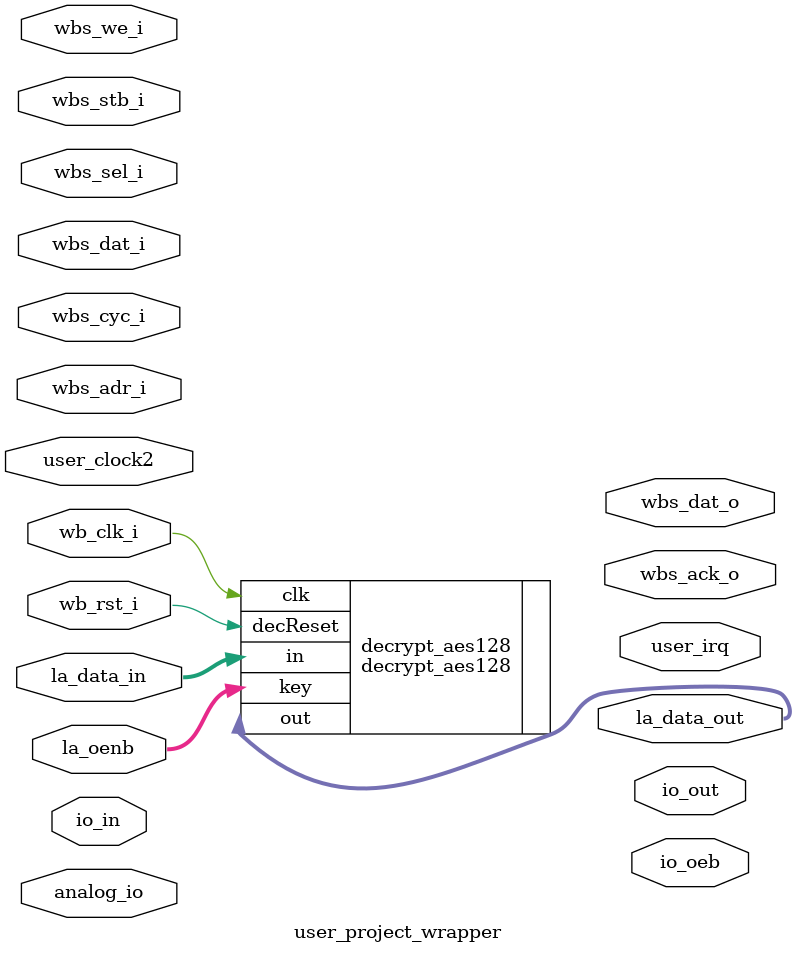
<source format=v>
module user_project_wrapper (user_clock2,
    wb_clk_i,
    wb_rst_i,
    wbs_ack_o,
    wbs_cyc_i,
    wbs_stb_i,
    wbs_we_i,
    analog_io,
    io_in,
    io_oeb,
    io_out,
    la_data_in,
    la_data_out,
    la_oenb,
    user_irq,
    wbs_adr_i,
    wbs_dat_i,
    wbs_dat_o,
    wbs_sel_i);
 input user_clock2;
 input wb_clk_i;
 input wb_rst_i;
 output wbs_ack_o;
 input wbs_cyc_i;
 input wbs_stb_i;
 input wbs_we_i;
 inout [28:0] analog_io;
 input [37:0] io_in;
 output [37:0] io_oeb;
 output [37:0] io_out;
 input [127:0] la_data_in;
 output [127:0] la_data_out;
 input [127:0] la_oenb;
 output [2:0] user_irq;
 input [31:0] wbs_adr_i;
 input [31:0] wbs_dat_i;
 output [31:0] wbs_dat_o;
 input [3:0] wbs_sel_i;


 decrypt_aes128 decrypt_aes128 (.clk(wb_clk_i),
    .decReset(wb_rst_i),
    .in({la_data_in[127],
    la_data_in[126],
    la_data_in[125],
    la_data_in[124],
    la_data_in[123],
    la_data_in[122],
    la_data_in[121],
    la_data_in[120],
    la_data_in[119],
    la_data_in[118],
    la_data_in[117],
    la_data_in[116],
    la_data_in[115],
    la_data_in[114],
    la_data_in[113],
    la_data_in[112],
    la_data_in[111],
    la_data_in[110],
    la_data_in[109],
    la_data_in[108],
    la_data_in[107],
    la_data_in[106],
    la_data_in[105],
    la_data_in[104],
    la_data_in[103],
    la_data_in[102],
    la_data_in[101],
    la_data_in[100],
    la_data_in[99],
    la_data_in[98],
    la_data_in[97],
    la_data_in[96],
    la_data_in[95],
    la_data_in[94],
    la_data_in[93],
    la_data_in[92],
    la_data_in[91],
    la_data_in[90],
    la_data_in[89],
    la_data_in[88],
    la_data_in[87],
    la_data_in[86],
    la_data_in[85],
    la_data_in[84],
    la_data_in[83],
    la_data_in[82],
    la_data_in[81],
    la_data_in[80],
    la_data_in[79],
    la_data_in[78],
    la_data_in[77],
    la_data_in[76],
    la_data_in[75],
    la_data_in[74],
    la_data_in[73],
    la_data_in[72],
    la_data_in[71],
    la_data_in[70],
    la_data_in[69],
    la_data_in[68],
    la_data_in[67],
    la_data_in[66],
    la_data_in[65],
    la_data_in[64],
    la_data_in[63],
    la_data_in[62],
    la_data_in[61],
    la_data_in[60],
    la_data_in[59],
    la_data_in[58],
    la_data_in[57],
    la_data_in[56],
    la_data_in[55],
    la_data_in[54],
    la_data_in[53],
    la_data_in[52],
    la_data_in[51],
    la_data_in[50],
    la_data_in[49],
    la_data_in[48],
    la_data_in[47],
    la_data_in[46],
    la_data_in[45],
    la_data_in[44],
    la_data_in[43],
    la_data_in[42],
    la_data_in[41],
    la_data_in[40],
    la_data_in[39],
    la_data_in[38],
    la_data_in[37],
    la_data_in[36],
    la_data_in[35],
    la_data_in[34],
    la_data_in[33],
    la_data_in[32],
    la_data_in[31],
    la_data_in[30],
    la_data_in[29],
    la_data_in[28],
    la_data_in[27],
    la_data_in[26],
    la_data_in[25],
    la_data_in[24],
    la_data_in[23],
    la_data_in[22],
    la_data_in[21],
    la_data_in[20],
    la_data_in[19],
    la_data_in[18],
    la_data_in[17],
    la_data_in[16],
    la_data_in[15],
    la_data_in[14],
    la_data_in[13],
    la_data_in[12],
    la_data_in[11],
    la_data_in[10],
    la_data_in[9],
    la_data_in[8],
    la_data_in[7],
    la_data_in[6],
    la_data_in[5],
    la_data_in[4],
    la_data_in[3],
    la_data_in[2],
    la_data_in[1],
    la_data_in[0]}),
    .key({la_oenb[127],
    la_oenb[126],
    la_oenb[125],
    la_oenb[124],
    la_oenb[123],
    la_oenb[122],
    la_oenb[121],
    la_oenb[120],
    la_oenb[119],
    la_oenb[118],
    la_oenb[117],
    la_oenb[116],
    la_oenb[115],
    la_oenb[114],
    la_oenb[113],
    la_oenb[112],
    la_oenb[111],
    la_oenb[110],
    la_oenb[109],
    la_oenb[108],
    la_oenb[107],
    la_oenb[106],
    la_oenb[105],
    la_oenb[104],
    la_oenb[103],
    la_oenb[102],
    la_oenb[101],
    la_oenb[100],
    la_oenb[99],
    la_oenb[98],
    la_oenb[97],
    la_oenb[96],
    la_oenb[95],
    la_oenb[94],
    la_oenb[93],
    la_oenb[92],
    la_oenb[91],
    la_oenb[90],
    la_oenb[89],
    la_oenb[88],
    la_oenb[87],
    la_oenb[86],
    la_oenb[85],
    la_oenb[84],
    la_oenb[83],
    la_oenb[82],
    la_oenb[81],
    la_oenb[80],
    la_oenb[79],
    la_oenb[78],
    la_oenb[77],
    la_oenb[76],
    la_oenb[75],
    la_oenb[74],
    la_oenb[73],
    la_oenb[72],
    la_oenb[71],
    la_oenb[70],
    la_oenb[69],
    la_oenb[68],
    la_oenb[67],
    la_oenb[66],
    la_oenb[65],
    la_oenb[64],
    la_oenb[63],
    la_oenb[62],
    la_oenb[61],
    la_oenb[60],
    la_oenb[59],
    la_oenb[58],
    la_oenb[57],
    la_oenb[56],
    la_oenb[55],
    la_oenb[54],
    la_oenb[53],
    la_oenb[52],
    la_oenb[51],
    la_oenb[50],
    la_oenb[49],
    la_oenb[48],
    la_oenb[47],
    la_oenb[46],
    la_oenb[45],
    la_oenb[44],
    la_oenb[43],
    la_oenb[42],
    la_oenb[41],
    la_oenb[40],
    la_oenb[39],
    la_oenb[38],
    la_oenb[37],
    la_oenb[36],
    la_oenb[35],
    la_oenb[34],
    la_oenb[33],
    la_oenb[32],
    la_oenb[31],
    la_oenb[30],
    la_oenb[29],
    la_oenb[28],
    la_oenb[27],
    la_oenb[26],
    la_oenb[25],
    la_oenb[24],
    la_oenb[23],
    la_oenb[22],
    la_oenb[21],
    la_oenb[20],
    la_oenb[19],
    la_oenb[18],
    la_oenb[17],
    la_oenb[16],
    la_oenb[15],
    la_oenb[14],
    la_oenb[13],
    la_oenb[12],
    la_oenb[11],
    la_oenb[10],
    la_oenb[9],
    la_oenb[8],
    la_oenb[7],
    la_oenb[6],
    la_oenb[5],
    la_oenb[4],
    la_oenb[3],
    la_oenb[2],
    la_oenb[1],
    la_oenb[0]}),
    .out({la_data_out[127],
    la_data_out[126],
    la_data_out[125],
    la_data_out[124],
    la_data_out[123],
    la_data_out[122],
    la_data_out[121],
    la_data_out[120],
    la_data_out[119],
    la_data_out[118],
    la_data_out[117],
    la_data_out[116],
    la_data_out[115],
    la_data_out[114],
    la_data_out[113],
    la_data_out[112],
    la_data_out[111],
    la_data_out[110],
    la_data_out[109],
    la_data_out[108],
    la_data_out[107],
    la_data_out[106],
    la_data_out[105],
    la_data_out[104],
    la_data_out[103],
    la_data_out[102],
    la_data_out[101],
    la_data_out[100],
    la_data_out[99],
    la_data_out[98],
    la_data_out[97],
    la_data_out[96],
    la_data_out[95],
    la_data_out[94],
    la_data_out[93],
    la_data_out[92],
    la_data_out[91],
    la_data_out[90],
    la_data_out[89],
    la_data_out[88],
    la_data_out[87],
    la_data_out[86],
    la_data_out[85],
    la_data_out[84],
    la_data_out[83],
    la_data_out[82],
    la_data_out[81],
    la_data_out[80],
    la_data_out[79],
    la_data_out[78],
    la_data_out[77],
    la_data_out[76],
    la_data_out[75],
    la_data_out[74],
    la_data_out[73],
    la_data_out[72],
    la_data_out[71],
    la_data_out[70],
    la_data_out[69],
    la_data_out[68],
    la_data_out[67],
    la_data_out[66],
    la_data_out[65],
    la_data_out[64],
    la_data_out[63],
    la_data_out[62],
    la_data_out[61],
    la_data_out[60],
    la_data_out[59],
    la_data_out[58],
    la_data_out[57],
    la_data_out[56],
    la_data_out[55],
    la_data_out[54],
    la_data_out[53],
    la_data_out[52],
    la_data_out[51],
    la_data_out[50],
    la_data_out[49],
    la_data_out[48],
    la_data_out[47],
    la_data_out[46],
    la_data_out[45],
    la_data_out[44],
    la_data_out[43],
    la_data_out[42],
    la_data_out[41],
    la_data_out[40],
    la_data_out[39],
    la_data_out[38],
    la_data_out[37],
    la_data_out[36],
    la_data_out[35],
    la_data_out[34],
    la_data_out[33],
    la_data_out[32],
    la_data_out[31],
    la_data_out[30],
    la_data_out[29],
    la_data_out[28],
    la_data_out[27],
    la_data_out[26],
    la_data_out[25],
    la_data_out[24],
    la_data_out[23],
    la_data_out[22],
    la_data_out[21],
    la_data_out[20],
    la_data_out[19],
    la_data_out[18],
    la_data_out[17],
    la_data_out[16],
    la_data_out[15],
    la_data_out[14],
    la_data_out[13],
    la_data_out[12],
    la_data_out[11],
    la_data_out[10],
    la_data_out[9],
    la_data_out[8],
    la_data_out[7],
    la_data_out[6],
    la_data_out[5],
    la_data_out[4],
    la_data_out[3],
    la_data_out[2],
    la_data_out[1],
    la_data_out[0]}));
endmodule


</source>
